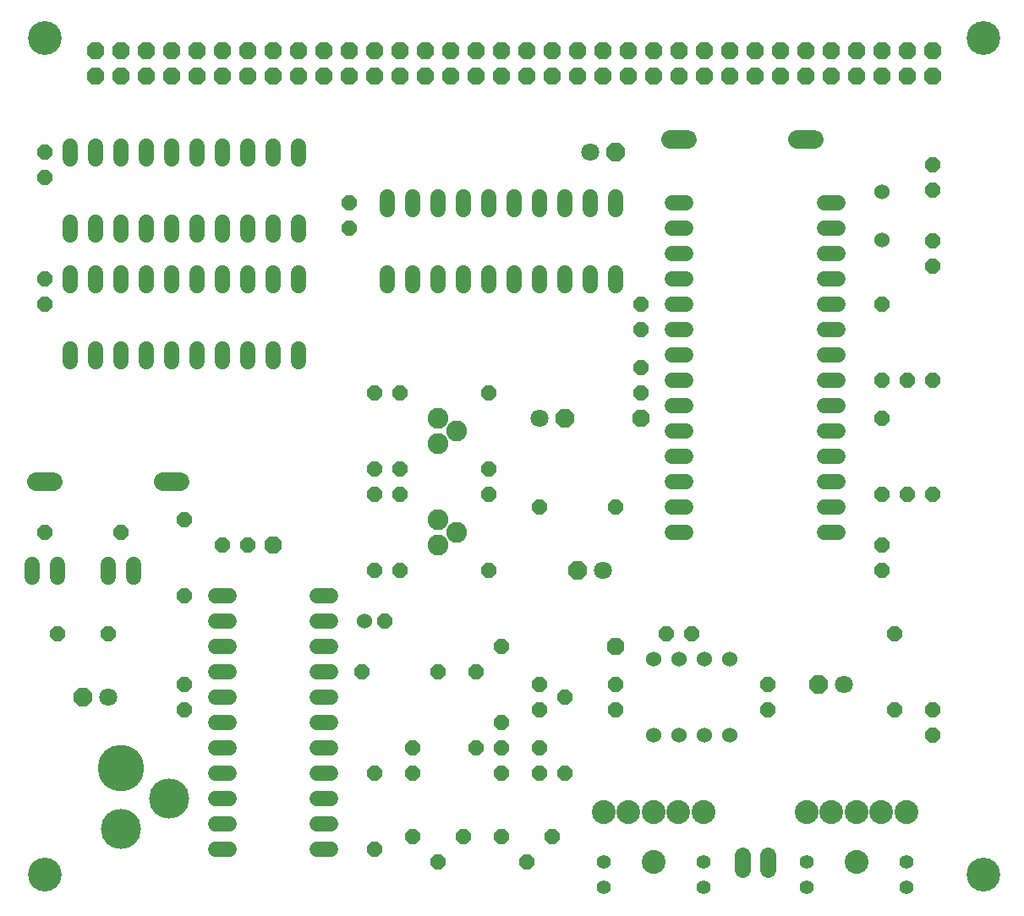
<source format=gts>
G75*
%MOIN*%
%OFA0B0*%
%FSLAX24Y24*%
%IPPOS*%
%LPD*%
%AMOC8*
5,1,8,0,0,1.08239X$1,22.5*
%
%ADD10C,0.1330*%
%ADD11OC8,0.0600*%
%ADD12OC8,0.0710*%
%ADD13C,0.0710*%
%ADD14OC8,0.0680*%
%ADD15C,0.0600*%
%ADD16C,0.0820*%
%ADD17C,0.0600*%
%ADD18C,0.0640*%
%ADD19C,0.0940*%
%ADD20C,0.0552*%
%ADD21C,0.1830*%
%ADD22C,0.1580*%
%ADD23C,0.0740*%
D10*
X002180Y002199D03*
X002180Y035199D03*
X039180Y035199D03*
X039180Y002199D03*
D11*
X037180Y007699D03*
X037180Y008699D03*
X035680Y008699D03*
X035680Y011699D03*
X035180Y014199D03*
X035180Y015199D03*
X035180Y017199D03*
X036180Y017199D03*
X037180Y017199D03*
X035180Y020199D03*
X035180Y021699D03*
X036180Y021699D03*
X037180Y021699D03*
X035180Y024699D03*
X037180Y026199D03*
X037180Y027199D03*
X037180Y029199D03*
X037180Y030199D03*
X025680Y024699D03*
X025680Y023699D03*
X025680Y022199D03*
X025680Y021199D03*
X024680Y016699D03*
X021680Y016699D03*
X019680Y017199D03*
X019680Y018199D03*
X019680Y021199D03*
X016180Y021199D03*
X015180Y021199D03*
X015180Y018199D03*
X016180Y018199D03*
X016180Y017199D03*
X015180Y017199D03*
X015180Y014199D03*
X016180Y014199D03*
X015580Y012199D03*
X014680Y010199D03*
X017680Y010199D03*
X019180Y010199D03*
X020180Y011199D03*
X021680Y009699D03*
X022680Y009199D03*
X021680Y008699D03*
X021680Y007199D03*
X021680Y006199D03*
X022680Y006199D03*
X020180Y006199D03*
X020180Y007199D03*
X019180Y007199D03*
X020180Y008199D03*
X016680Y007199D03*
X016680Y006199D03*
X015180Y006199D03*
X016690Y003699D03*
X017680Y002699D03*
X018670Y003699D03*
X020190Y003699D03*
X021180Y002699D03*
X022170Y003699D03*
X024680Y008699D03*
X024680Y009699D03*
X026680Y011699D03*
X027680Y011699D03*
X030680Y009699D03*
X030680Y008699D03*
X019680Y014199D03*
X010180Y015199D03*
X009180Y015199D03*
X007680Y016199D03*
X005180Y015699D03*
X002180Y015699D03*
X002680Y011699D03*
X004680Y011699D03*
X007680Y013199D03*
X007680Y009699D03*
X007680Y008699D03*
X015180Y003199D03*
X002180Y024699D03*
X002180Y025699D03*
X002180Y029699D03*
X002180Y030699D03*
X014180Y028699D03*
X014180Y027699D03*
D12*
X022680Y020199D03*
X023180Y014199D03*
X032680Y009699D03*
X024680Y030699D03*
X003680Y009199D03*
D13*
X004680Y009199D03*
X021680Y020199D03*
X024180Y014199D03*
X033680Y009699D03*
X023680Y030699D03*
D14*
X023180Y033699D03*
X022180Y033699D03*
X021180Y033699D03*
X020180Y033699D03*
X019180Y033699D03*
X018180Y033699D03*
X017180Y033699D03*
X016180Y033699D03*
X015180Y033699D03*
X014180Y033699D03*
X013180Y033699D03*
X012180Y033699D03*
X011180Y033699D03*
X010180Y033699D03*
X009180Y033699D03*
X008180Y033699D03*
X007180Y033699D03*
X006180Y033699D03*
X005180Y033699D03*
X004180Y033699D03*
X004180Y034699D03*
X005180Y034699D03*
X006180Y034699D03*
X007180Y034699D03*
X008180Y034699D03*
X009180Y034699D03*
X010180Y034699D03*
X011180Y034699D03*
X012180Y034699D03*
X013180Y034699D03*
X014180Y034699D03*
X015180Y034699D03*
X016180Y034699D03*
X017180Y034699D03*
X018180Y034699D03*
X019180Y034699D03*
X020180Y034699D03*
X021180Y034699D03*
X022180Y034699D03*
X023180Y034699D03*
X024180Y034699D03*
X025180Y034699D03*
X025180Y033699D03*
X024180Y033699D03*
X026180Y033699D03*
X027180Y033699D03*
X028180Y033699D03*
X029180Y033699D03*
X030180Y033699D03*
X031180Y033699D03*
X032180Y033699D03*
X033180Y033699D03*
X034180Y033699D03*
X035180Y033699D03*
X036180Y033699D03*
X037180Y033699D03*
X037180Y034699D03*
X036180Y034699D03*
X035180Y034699D03*
X034180Y034699D03*
X033180Y034699D03*
X032180Y034699D03*
X031180Y034699D03*
X030180Y034699D03*
X029180Y034699D03*
X028180Y034699D03*
X027180Y034699D03*
X026180Y034699D03*
X025680Y020199D03*
X024680Y011199D03*
X011180Y015199D03*
D15*
X009440Y013199D02*
X008920Y013199D01*
X008920Y012199D02*
X009440Y012199D01*
X009440Y011199D02*
X008920Y011199D01*
X008920Y010199D02*
X009440Y010199D01*
X009440Y009199D02*
X008920Y009199D01*
X008920Y008199D02*
X009440Y008199D01*
X009440Y007199D02*
X008920Y007199D01*
X008920Y006199D02*
X009440Y006199D01*
X009440Y005199D02*
X008920Y005199D01*
X008920Y004199D02*
X009440Y004199D01*
X009440Y003199D02*
X008920Y003199D01*
X012920Y003199D02*
X013440Y003199D01*
X013440Y004199D02*
X012920Y004199D01*
X012920Y005199D02*
X013440Y005199D01*
X013440Y006199D02*
X012920Y006199D01*
X012920Y007199D02*
X013440Y007199D01*
X013440Y008199D02*
X012920Y008199D01*
X012920Y009199D02*
X013440Y009199D01*
X013440Y010199D02*
X012920Y010199D01*
X012920Y011199D02*
X013440Y011199D01*
X013440Y012199D02*
X012920Y012199D01*
X012920Y013199D02*
X013440Y013199D01*
X005680Y013939D02*
X005680Y014459D01*
X004680Y014459D02*
X004680Y013939D01*
X002680Y013939D02*
X002680Y014459D01*
X001680Y014459D02*
X001680Y013939D01*
X003180Y022439D02*
X003180Y022959D01*
X004180Y022959D02*
X004180Y022439D01*
X005180Y022439D02*
X005180Y022959D01*
X006180Y022959D02*
X006180Y022439D01*
X007180Y022439D02*
X007180Y022959D01*
X008180Y022959D02*
X008180Y022439D01*
X009180Y022439D02*
X009180Y022959D01*
X010180Y022959D02*
X010180Y022439D01*
X011180Y022439D02*
X011180Y022959D01*
X012180Y022959D02*
X012180Y022439D01*
X012180Y025439D02*
X012180Y025959D01*
X011180Y025959D02*
X011180Y025439D01*
X010180Y025439D02*
X010180Y025959D01*
X009180Y025959D02*
X009180Y025439D01*
X008180Y025439D02*
X008180Y025959D01*
X007180Y025959D02*
X007180Y025439D01*
X006180Y025439D02*
X006180Y025959D01*
X005180Y025959D02*
X005180Y025439D01*
X004180Y025439D02*
X004180Y025959D01*
X003180Y025959D02*
X003180Y025439D01*
X003180Y027439D02*
X003180Y027959D01*
X004180Y027959D02*
X004180Y027439D01*
X005180Y027439D02*
X005180Y027959D01*
X006180Y027959D02*
X006180Y027439D01*
X007180Y027439D02*
X007180Y027959D01*
X008180Y027959D02*
X008180Y027439D01*
X009180Y027439D02*
X009180Y027959D01*
X010180Y027959D02*
X010180Y027439D01*
X011180Y027439D02*
X011180Y027959D01*
X012180Y027959D02*
X012180Y027439D01*
X012180Y030439D02*
X012180Y030959D01*
X011180Y030959D02*
X011180Y030439D01*
X010180Y030439D02*
X010180Y030959D01*
X009180Y030959D02*
X009180Y030439D01*
X008180Y030439D02*
X008180Y030959D01*
X007180Y030959D02*
X007180Y030439D01*
X006180Y030439D02*
X006180Y030959D01*
X005180Y030959D02*
X005180Y030439D01*
X004180Y030439D02*
X004180Y030959D01*
X003180Y030959D02*
X003180Y030439D01*
X015680Y028959D02*
X015680Y028439D01*
X016680Y028439D02*
X016680Y028959D01*
X017680Y028959D02*
X017680Y028439D01*
X018680Y028439D02*
X018680Y028959D01*
X019680Y028959D02*
X019680Y028439D01*
X020680Y028439D02*
X020680Y028959D01*
X021680Y028959D02*
X021680Y028439D01*
X022680Y028439D02*
X022680Y028959D01*
X023680Y028959D02*
X023680Y028439D01*
X024680Y028439D02*
X024680Y028959D01*
X026920Y028699D02*
X027440Y028699D01*
X027440Y027699D02*
X026920Y027699D01*
X026920Y026699D02*
X027440Y026699D01*
X027440Y025699D02*
X026920Y025699D01*
X026920Y024699D02*
X027440Y024699D01*
X027440Y023699D02*
X026920Y023699D01*
X026920Y022699D02*
X027440Y022699D01*
X027440Y021699D02*
X026920Y021699D01*
X026920Y020699D02*
X027440Y020699D01*
X027440Y019699D02*
X026920Y019699D01*
X026920Y018699D02*
X027440Y018699D01*
X027440Y017699D02*
X026920Y017699D01*
X026920Y016699D02*
X027440Y016699D01*
X027440Y015699D02*
X026920Y015699D01*
X032920Y015699D02*
X033440Y015699D01*
X033440Y016699D02*
X032920Y016699D01*
X032920Y017699D02*
X033440Y017699D01*
X033440Y018699D02*
X032920Y018699D01*
X032920Y019699D02*
X033440Y019699D01*
X033440Y020699D02*
X032920Y020699D01*
X032920Y021699D02*
X033440Y021699D01*
X033440Y022699D02*
X032920Y022699D01*
X032920Y023699D02*
X033440Y023699D01*
X033440Y024699D02*
X032920Y024699D01*
X032920Y025699D02*
X033440Y025699D01*
X033440Y026699D02*
X032920Y026699D01*
X032920Y027699D02*
X033440Y027699D01*
X033440Y028699D02*
X032920Y028699D01*
X024680Y025959D02*
X024680Y025439D01*
X023680Y025439D02*
X023680Y025959D01*
X022680Y025959D02*
X022680Y025439D01*
X021680Y025439D02*
X021680Y025959D01*
X020680Y025959D02*
X020680Y025439D01*
X019680Y025439D02*
X019680Y025959D01*
X018680Y025959D02*
X018680Y025439D01*
X017680Y025439D02*
X017680Y025959D01*
X016680Y025959D02*
X016680Y025439D01*
X015680Y025439D02*
X015680Y025959D01*
D16*
X017680Y020199D03*
X018430Y019699D03*
X017680Y019199D03*
X017680Y016199D03*
X018430Y015699D03*
X017680Y015199D03*
D17*
X014780Y012199D03*
X026180Y010699D03*
X027180Y010699D03*
X028180Y010699D03*
X029180Y010699D03*
X029180Y007699D03*
X028180Y007699D03*
X027180Y007699D03*
X026180Y007699D03*
X035180Y027249D03*
X035180Y029149D03*
D18*
X030680Y002979D02*
X030680Y002419D01*
X029680Y002419D02*
X029680Y002979D01*
D19*
X028149Y004668D03*
X027164Y004668D03*
X026196Y004668D03*
X025196Y004668D03*
X024211Y004668D03*
X026180Y002699D03*
X032211Y004668D03*
X033196Y004668D03*
X034196Y004668D03*
X035164Y004668D03*
X036149Y004668D03*
X034180Y002699D03*
D20*
X032211Y002699D03*
X032211Y001715D03*
X036149Y001715D03*
X036149Y002699D03*
X028149Y002699D03*
X028149Y001715D03*
X024211Y001715D03*
X024211Y002699D03*
D21*
X005180Y006420D03*
D22*
X007070Y005199D03*
X005180Y004018D03*
D23*
X006850Y017699D02*
X007510Y017699D01*
X002510Y017699D02*
X001850Y017699D01*
X026850Y031199D02*
X027510Y031199D01*
X031850Y031199D02*
X032510Y031199D01*
M02*

</source>
